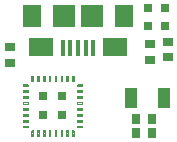
<source format=gtp>
G75*
%MOIN*%
%OFA0B0*%
%FSLAX24Y24*%
%IPPOS*%
%LPD*%
%AMOC8*
5,1,8,0,0,1.08239X$1,22.5*
%
%ADD10R,0.0315X0.0315*%
%ADD11C,0.0040*%
%ADD12R,0.0354X0.0276*%
%ADD13R,0.0394X0.0709*%
%ADD14R,0.0827X0.0630*%
%ADD15R,0.0157X0.0531*%
%ADD16R,0.0748X0.0748*%
%ADD17R,0.0630X0.0748*%
%ADD18R,0.0276X0.0354*%
D10*
X002991Y002633D03*
X003621Y002633D03*
X003621Y003263D03*
X002991Y003263D03*
X006491Y005621D03*
X007042Y005613D03*
X007042Y006204D03*
X006491Y006211D03*
D11*
X002647Y001954D02*
X002587Y001954D01*
X002587Y002111D01*
X002607Y002131D01*
X002647Y002131D01*
X002647Y001954D01*
X002647Y001985D02*
X002587Y001985D01*
X002587Y002024D02*
X002647Y002024D01*
X002647Y002062D02*
X002587Y002062D01*
X002587Y002101D02*
X002647Y002101D01*
X002784Y002101D02*
X002843Y002101D01*
X002843Y002131D02*
X002843Y001954D01*
X002784Y001954D01*
X002784Y002131D01*
X002843Y002131D01*
X002843Y002062D02*
X002784Y002062D01*
X002784Y002024D02*
X002843Y002024D01*
X002843Y001985D02*
X002784Y001985D01*
X002981Y001985D02*
X003040Y001985D01*
X003040Y001954D02*
X002981Y001954D01*
X002981Y002131D01*
X003040Y002131D01*
X003040Y001954D01*
X003040Y002024D02*
X002981Y002024D01*
X002981Y002062D02*
X003040Y002062D01*
X003040Y002101D02*
X002981Y002101D01*
X003178Y002101D02*
X003237Y002101D01*
X003237Y002131D02*
X003237Y001954D01*
X003178Y001954D01*
X003178Y002131D01*
X003237Y002131D01*
X003237Y002062D02*
X003178Y002062D01*
X003178Y002024D02*
X003237Y002024D01*
X003237Y001985D02*
X003178Y001985D01*
X003375Y001985D02*
X003434Y001985D01*
X003434Y001954D02*
X003375Y001954D01*
X003375Y002131D01*
X003434Y002131D01*
X003434Y001954D01*
X003434Y002024D02*
X003375Y002024D01*
X003375Y002062D02*
X003434Y002062D01*
X003434Y002101D02*
X003375Y002101D01*
X003572Y002101D02*
X003631Y002101D01*
X003631Y002131D02*
X003631Y001954D01*
X003572Y001954D01*
X003572Y002131D01*
X003631Y002131D01*
X003631Y002062D02*
X003572Y002062D01*
X003572Y002024D02*
X003631Y002024D01*
X003631Y001985D02*
X003572Y001985D01*
X003769Y001985D02*
X003828Y001985D01*
X003828Y001954D02*
X003769Y001954D01*
X003769Y002131D01*
X003828Y002131D01*
X003828Y001954D01*
X003828Y002024D02*
X003769Y002024D01*
X003769Y002062D02*
X003828Y002062D01*
X003828Y002101D02*
X003769Y002101D01*
X003965Y002101D02*
X004024Y002101D01*
X004024Y002111D02*
X004005Y002131D01*
X003965Y002131D01*
X003965Y001954D01*
X004024Y001954D01*
X004024Y002111D01*
X004024Y002062D02*
X003965Y002062D01*
X003965Y002024D02*
X004024Y002024D01*
X004024Y001985D02*
X003965Y001985D01*
X004143Y002229D02*
X004123Y002249D01*
X004123Y002288D01*
X004300Y002288D01*
X004300Y002229D01*
X004143Y002229D01*
X004123Y002255D02*
X004300Y002255D01*
X004300Y002426D02*
X004123Y002426D01*
X004123Y002485D01*
X004300Y002485D01*
X004300Y002426D01*
X004300Y002447D02*
X004123Y002447D01*
X004123Y002623D02*
X004123Y002682D01*
X004300Y002682D01*
X004300Y002623D01*
X004123Y002623D01*
X004123Y002640D02*
X004300Y002640D01*
X004300Y002678D02*
X004123Y002678D01*
X004123Y002820D02*
X004123Y002879D01*
X004300Y002879D01*
X004300Y002820D01*
X004123Y002820D01*
X004123Y002832D02*
X004300Y002832D01*
X004300Y002871D02*
X004123Y002871D01*
X004123Y003017D02*
X004123Y003076D01*
X004300Y003076D01*
X004300Y003017D01*
X004123Y003017D01*
X004123Y003025D02*
X004300Y003025D01*
X004300Y003063D02*
X004123Y003063D01*
X004123Y003213D02*
X004123Y003273D01*
X004300Y003273D01*
X004300Y003213D01*
X004123Y003213D01*
X004123Y003217D02*
X004300Y003217D01*
X004300Y003256D02*
X004123Y003256D01*
X004123Y003410D02*
X004123Y003469D01*
X004300Y003469D01*
X004300Y003410D01*
X004123Y003410D01*
X004123Y003448D02*
X004300Y003448D01*
X004300Y003607D02*
X004123Y003607D01*
X004123Y003647D01*
X004143Y003666D01*
X004300Y003666D01*
X004300Y003607D01*
X004300Y003641D02*
X004123Y003641D01*
X004005Y003765D02*
X003965Y003765D01*
X003965Y003942D01*
X004024Y003942D01*
X004024Y003784D01*
X004005Y003765D01*
X004024Y003795D02*
X003965Y003795D01*
X003965Y003833D02*
X004024Y003833D01*
X004024Y003872D02*
X003965Y003872D01*
X003965Y003910D02*
X004024Y003910D01*
X003828Y003910D02*
X003769Y003910D01*
X003769Y003942D02*
X003828Y003942D01*
X003828Y003765D01*
X003769Y003765D01*
X003769Y003942D01*
X003769Y003872D02*
X003828Y003872D01*
X003828Y003833D02*
X003769Y003833D01*
X003769Y003795D02*
X003828Y003795D01*
X003631Y003795D02*
X003572Y003795D01*
X003572Y003765D02*
X003572Y003942D01*
X003631Y003942D01*
X003631Y003765D01*
X003572Y003765D01*
X003572Y003833D02*
X003631Y003833D01*
X003631Y003872D02*
X003572Y003872D01*
X003572Y003910D02*
X003631Y003910D01*
X003434Y003910D02*
X003375Y003910D01*
X003375Y003942D02*
X003434Y003942D01*
X003434Y003765D01*
X003375Y003765D01*
X003375Y003942D01*
X003375Y003872D02*
X003434Y003872D01*
X003434Y003833D02*
X003375Y003833D01*
X003375Y003795D02*
X003434Y003795D01*
X003237Y003795D02*
X003178Y003795D01*
X003178Y003765D02*
X003178Y003942D01*
X003237Y003942D01*
X003237Y003765D01*
X003178Y003765D01*
X003178Y003833D02*
X003237Y003833D01*
X003237Y003872D02*
X003178Y003872D01*
X003178Y003910D02*
X003237Y003910D01*
X003040Y003910D02*
X002981Y003910D01*
X002981Y003942D02*
X003040Y003942D01*
X003040Y003765D01*
X002981Y003765D01*
X002981Y003942D01*
X002981Y003872D02*
X003040Y003872D01*
X003040Y003833D02*
X002981Y003833D01*
X002981Y003795D02*
X003040Y003795D01*
X002843Y003795D02*
X002784Y003795D01*
X002784Y003765D02*
X002784Y003942D01*
X002843Y003942D01*
X002843Y003765D01*
X002784Y003765D01*
X002784Y003833D02*
X002843Y003833D01*
X002843Y003872D02*
X002784Y003872D01*
X002784Y003910D02*
X002843Y003910D01*
X002647Y003910D02*
X002587Y003910D01*
X002587Y003942D02*
X002587Y003784D01*
X002607Y003765D01*
X002647Y003765D01*
X002647Y003942D01*
X002587Y003942D01*
X002587Y003872D02*
X002647Y003872D01*
X002647Y003833D02*
X002587Y003833D01*
X002587Y003795D02*
X002647Y003795D01*
X002489Y003647D02*
X002489Y003607D01*
X002312Y003607D01*
X002312Y003666D01*
X002469Y003666D01*
X002489Y003647D01*
X002489Y003641D02*
X002312Y003641D01*
X002312Y003469D02*
X002312Y003410D01*
X002489Y003410D01*
X002489Y003469D01*
X002312Y003469D01*
X002312Y003448D02*
X002489Y003448D01*
X002489Y003273D02*
X002312Y003273D01*
X002312Y003213D01*
X002489Y003213D01*
X002489Y003273D01*
X002489Y003256D02*
X002312Y003256D01*
X002312Y003217D02*
X002489Y003217D01*
X002489Y003076D02*
X002312Y003076D01*
X002312Y003017D01*
X002489Y003017D01*
X002489Y003076D01*
X002489Y003063D02*
X002312Y003063D01*
X002312Y003025D02*
X002489Y003025D01*
X002489Y002879D02*
X002312Y002879D01*
X002312Y002820D01*
X002489Y002820D01*
X002489Y002879D01*
X002489Y002871D02*
X002312Y002871D01*
X002312Y002832D02*
X002489Y002832D01*
X002489Y002682D02*
X002312Y002682D01*
X002312Y002623D01*
X002489Y002623D01*
X002489Y002682D01*
X002489Y002678D02*
X002312Y002678D01*
X002312Y002640D02*
X002489Y002640D01*
X002489Y002485D02*
X002312Y002485D01*
X002312Y002426D01*
X002489Y002426D01*
X002489Y002485D01*
X002489Y002447D02*
X002312Y002447D01*
X002312Y002288D02*
X002312Y002229D01*
X002469Y002229D01*
X002489Y002249D01*
X002489Y002288D01*
X002312Y002288D01*
X002312Y002255D02*
X002489Y002255D01*
D12*
X001873Y004389D03*
X001873Y004900D03*
X006550Y004995D03*
X007145Y005082D03*
X007145Y004570D03*
X006550Y004483D03*
D13*
X007034Y003227D03*
X005932Y003227D03*
D14*
X005373Y004924D03*
X002932Y004924D03*
D15*
X003641Y004875D03*
X003897Y004875D03*
X004152Y004875D03*
X004408Y004875D03*
X004664Y004875D03*
D16*
X004625Y005928D03*
X003680Y005928D03*
D17*
X002617Y005928D03*
X005688Y005928D03*
D18*
X006105Y002511D03*
X006617Y002511D03*
X006617Y002034D03*
X006105Y002034D03*
M02*

</source>
